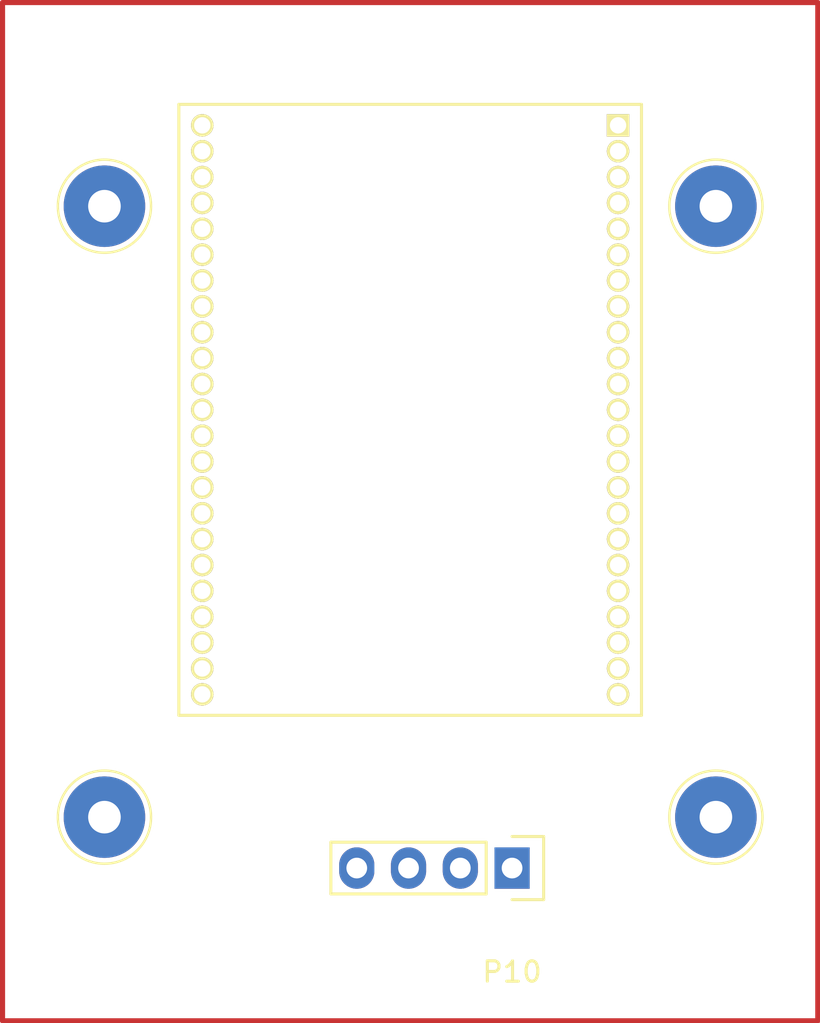
<source format=kicad_pcb>
(kicad_pcb (version 4) (host pcbnew 4.0.4-stable)

  (general
    (links 8)
    (no_connects 8)
    (area 77.740421 34.242921 219.261779 175.764279)
    (thickness 1.6)
    (drawings 0)
    (tracks 4)
    (zones 0)
    (modules 6)
    (nets 43)
  )

  (page A4)
  (layers
    (0 F.Cu signal)
    (31 B.Cu signal)
    (32 B.Adhes user)
    (33 F.Adhes user)
    (34 B.Paste user)
    (35 F.Paste user)
    (36 B.SilkS user)
    (37 F.SilkS user)
    (38 B.Mask user)
    (39 F.Mask user)
    (40 Dwgs.User user)
    (41 Cmts.User user)
    (42 Eco1.User user)
    (43 Eco2.User user)
    (44 Edge.Cuts user)
    (45 Margin user)
    (46 B.CrtYd user)
    (47 F.CrtYd user)
    (48 B.Fab user)
    (49 F.Fab user)
  )

  (setup
    (last_trace_width 0.25)
    (trace_clearance 0.2)
    (zone_clearance 0.508)
    (zone_45_only no)
    (trace_min 0.2)
    (segment_width 0.2)
    (edge_width 0.15)
    (via_size 0.6)
    (via_drill 0.4)
    (via_min_size 0.4)
    (via_min_drill 0.3)
    (uvia_size 0.3)
    (uvia_drill 0.1)
    (uvias_allowed no)
    (uvia_min_size 0.2)
    (uvia_min_drill 0.1)
    (pcb_text_width 0.3)
    (pcb_text_size 1.5 1.5)
    (mod_edge_width 0.15)
    (mod_text_size 1 1)
    (mod_text_width 0.15)
    (pad_size 4 4)
    (pad_drill 1.6)
    (pad_to_mask_clearance 0.2)
    (aux_axis_origin 0 0)
    (visible_elements FFFFFF7F)
    (pcbplotparams
      (layerselection 0x00030_80000001)
      (usegerberextensions false)
      (excludeedgelayer true)
      (linewidth 0.100000)
      (plotframeref false)
      (viasonmask false)
      (mode 1)
      (useauxorigin false)
      (hpglpennumber 1)
      (hpglpenspeed 20)
      (hpglpendiameter 15)
      (hpglpenoverlay 2)
      (psnegative false)
      (psa4output false)
      (plotreference true)
      (plotvalue true)
      (plotinvisibletext false)
      (padsonsilk false)
      (subtractmaskfromsilk false)
      (outputformat 1)
      (mirror false)
      (drillshape 1)
      (scaleselection 1)
      (outputdirectory ""))
  )

  (net 0 "")
  (net 1 "Net-(IC1-Pad35)")
  (net 2 "Net-(IC1-Pad12)")
  (net 3 "Net-(IC1-Pad13)")
  (net 4 "Net-(IC1-Pad14)")
  (net 5 "Net-(IC1-Pad15)")
  (net 6 "Net-(IC1-Pad16)")
  (net 7 "Net-(IC1-Pad17)")
  (net 8 "Net-(IC1-Pad18)")
  (net 9 "Net-(IC1-Pad19)")
  (net 10 "Net-(IC1-Pad20)")
  (net 11 "Net-(IC1-Pad21)")
  (net 12 "Net-(IC1-Pad2)")
  (net 13 "Net-(IC1-Pad11)")
  (net 14 "Net-(IC1-Pad10)")
  (net 15 "Net-(IC1-Pad9)")
  (net 16 "Net-(IC1-Pad8)")
  (net 17 "Net-(IC1-Pad7)")
  (net 18 "Net-(IC1-Pad6)")
  (net 19 "Net-(IC1-Pad5)")
  (net 20 "Net-(IC1-Pad4)")
  (net 21 "Net-(IC1-Pad3)")
  (net 22 "Net-(IC1-Pad1)")
  (net 23 "Net-(IC1-Pad36)")
  (net 24 "Net-(IC1-Pad37)")
  (net 25 "Net-(IC1-Pad38)")
  (net 26 "Net-(IC1-Pad39)")
  (net 27 "Net-(IC1-Pad40)")
  (net 28 "Net-(IC1-Pad41)")
  (net 29 "Net-(IC1-Pad42)")
  (net 30 "Net-(IC1-Pad43)")
  (net 31 "Net-(IC1-Pad44)")
  (net 32 "Net-(IC1-Pad46)")
  (net 33 "Net-(IC1-Pad34)")
  (net 34 "Net-(IC1-Pad33)")
  (net 35 "Net-(IC1-Pad32)")
  (net 36 "Net-(IC1-Pad31)")
  (net 37 "Net-(IC1-Pad30)")
  (net 38 "Net-(IC1-Pad29)")
  (net 39 "Net-(IC1-Pad28)")
  (net 40 "Net-(IC1-Pad27)")
  (net 41 "Net-(IC1-Pad26)")
  (net 42 "Net-(IC1-Pad24)")

  (net_class Default "This is the default net class."
    (clearance 0.2)
    (trace_width 0.25)
    (via_dia 0.6)
    (via_drill 0.4)
    (uvia_dia 0.3)
    (uvia_drill 0.1)
    (add_net "Net-(IC1-Pad1)")
    (add_net "Net-(IC1-Pad10)")
    (add_net "Net-(IC1-Pad11)")
    (add_net "Net-(IC1-Pad12)")
    (add_net "Net-(IC1-Pad13)")
    (add_net "Net-(IC1-Pad14)")
    (add_net "Net-(IC1-Pad15)")
    (add_net "Net-(IC1-Pad16)")
    (add_net "Net-(IC1-Pad17)")
    (add_net "Net-(IC1-Pad18)")
    (add_net "Net-(IC1-Pad19)")
    (add_net "Net-(IC1-Pad2)")
    (add_net "Net-(IC1-Pad20)")
    (add_net "Net-(IC1-Pad21)")
    (add_net "Net-(IC1-Pad24)")
    (add_net "Net-(IC1-Pad26)")
    (add_net "Net-(IC1-Pad27)")
    (add_net "Net-(IC1-Pad28)")
    (add_net "Net-(IC1-Pad29)")
    (add_net "Net-(IC1-Pad3)")
    (add_net "Net-(IC1-Pad30)")
    (add_net "Net-(IC1-Pad31)")
    (add_net "Net-(IC1-Pad32)")
    (add_net "Net-(IC1-Pad33)")
    (add_net "Net-(IC1-Pad34)")
    (add_net "Net-(IC1-Pad35)")
    (add_net "Net-(IC1-Pad36)")
    (add_net "Net-(IC1-Pad37)")
    (add_net "Net-(IC1-Pad38)")
    (add_net "Net-(IC1-Pad39)")
    (add_net "Net-(IC1-Pad4)")
    (add_net "Net-(IC1-Pad40)")
    (add_net "Net-(IC1-Pad41)")
    (add_net "Net-(IC1-Pad42)")
    (add_net "Net-(IC1-Pad43)")
    (add_net "Net-(IC1-Pad44)")
    (add_net "Net-(IC1-Pad46)")
    (add_net "Net-(IC1-Pad5)")
    (add_net "Net-(IC1-Pad6)")
    (add_net "Net-(IC1-Pad7)")
    (add_net "Net-(IC1-Pad8)")
    (add_net "Net-(IC1-Pad9)")
  )

  (module Connect:1pin (layer F.Cu) (tedit 588F8071) (tstamp 588FAC28)
    (at 132.5 90)
    (descr "module 1 pin (ou trou mecanique de percage)")
    (tags DEV)
    (fp_text reference REF** (at 0 -3.048) (layer F.SilkS) hide
      (effects (font (size 1 1) (thickness 0.15)))
    )
    (fp_text value 1pin (at 0 3) (layer F.Fab) hide
      (effects (font (size 1 1) (thickness 0.15)))
    )
    (fp_circle (center 0 0) (end 2 0.8) (layer F.Fab) (width 0.1))
    (fp_circle (center 0 0) (end 2.6 0) (layer F.CrtYd) (width 0.05))
    (fp_circle (center 0 0) (end 0 -2.286) (layer F.SilkS) (width 0.12))
    (pad 1 thru_hole circle (at 0 0) (size 4 4) (drill 1.6) (layers *.Cu *.Mask))
  )

  (module Connect:1pin (layer F.Cu) (tedit 588F8071) (tstamp 588FAC20)
    (at 132.5 120)
    (descr "module 1 pin (ou trou mecanique de percage)")
    (tags DEV)
    (fp_text reference REF** (at 0 -3.048) (layer F.SilkS) hide
      (effects (font (size 1 1) (thickness 0.15)))
    )
    (fp_text value 1pin (at 0 3) (layer F.Fab) hide
      (effects (font (size 1 1) (thickness 0.15)))
    )
    (fp_circle (center 0 0) (end 2 0.8) (layer F.Fab) (width 0.1))
    (fp_circle (center 0 0) (end 2.6 0) (layer F.CrtYd) (width 0.05))
    (fp_circle (center 0 0) (end 0 -2.286) (layer F.SilkS) (width 0.12))
    (pad 1 thru_hole circle (at 0 0) (size 4 4) (drill 1.6) (layers *.Cu *.Mask))
  )

  (module Connect:1pin (layer F.Cu) (tedit 588F8071) (tstamp 588FAC18)
    (at 162.5 120)
    (descr "module 1 pin (ou trou mecanique de percage)")
    (tags DEV)
    (fp_text reference REF** (at 0 -3.048) (layer F.SilkS) hide
      (effects (font (size 1 1) (thickness 0.15)))
    )
    (fp_text value 1pin (at 0 3) (layer F.Fab) hide
      (effects (font (size 1 1) (thickness 0.15)))
    )
    (fp_circle (center 0 0) (end 2 0.8) (layer F.Fab) (width 0.1))
    (fp_circle (center 0 0) (end 2.6 0) (layer F.CrtYd) (width 0.05))
    (fp_circle (center 0 0) (end 0 -2.286) (layer F.SilkS) (width 0.12))
    (pad 1 thru_hole circle (at 0 0) (size 4 4) (drill 1.6) (layers *.Cu *.Mask))
  )

  (module Socket_Strips:Socket_Strip_Straight_1x04 (layer F.Cu) (tedit 0) (tstamp 588F806B)
    (at 152.5 122.5 180)
    (descr "Through hole socket strip")
    (tags "socket strip")
    (path /5884B7B1)
    (fp_text reference P10 (at 0 -5.1 180) (layer F.SilkS)
      (effects (font (size 1 1) (thickness 0.15)))
    )
    (fp_text value Telemetry (at 0 -3.1 180) (layer F.Fab)
      (effects (font (size 1 1) (thickness 0.15)))
    )
    (fp_line (start -1.75 -1.75) (end -1.75 1.75) (layer F.CrtYd) (width 0.05))
    (fp_line (start 9.4 -1.75) (end 9.4 1.75) (layer F.CrtYd) (width 0.05))
    (fp_line (start -1.75 -1.75) (end 9.4 -1.75) (layer F.CrtYd) (width 0.05))
    (fp_line (start -1.75 1.75) (end 9.4 1.75) (layer F.CrtYd) (width 0.05))
    (fp_line (start 1.27 -1.27) (end 8.89 -1.27) (layer F.SilkS) (width 0.15))
    (fp_line (start 1.27 1.27) (end 8.89 1.27) (layer F.SilkS) (width 0.15))
    (fp_line (start -1.55 1.55) (end 0 1.55) (layer F.SilkS) (width 0.15))
    (fp_line (start 8.89 -1.27) (end 8.89 1.27) (layer F.SilkS) (width 0.15))
    (fp_line (start 1.27 1.27) (end 1.27 -1.27) (layer F.SilkS) (width 0.15))
    (fp_line (start 0 -1.55) (end -1.55 -1.55) (layer F.SilkS) (width 0.15))
    (fp_line (start -1.55 -1.55) (end -1.55 1.55) (layer F.SilkS) (width 0.15))
    (pad 1 thru_hole rect (at 0 0 180) (size 1.7272 2.032) (drill 1.016) (layers *.Cu *.Mask)
      (net 14 "Net-(IC1-Pad10)"))
    (pad 2 thru_hole oval (at 2.54 0 180) (size 1.7272 2.032) (drill 1.016) (layers *.Cu *.Mask)
      (net 40 "Net-(IC1-Pad27)"))
    (pad 3 thru_hole oval (at 5.08 0 180) (size 1.7272 2.032) (drill 1.016) (layers *.Cu *.Mask)
      (net 42 "Net-(IC1-Pad24)"))
    (pad 4 thru_hole oval (at 7.62 0 180) (size 1.7272 2.032) (drill 1.016) (layers *.Cu *.Mask)
      (net 12 "Net-(IC1-Pad2)"))
    (model Socket_Strips.3dshapes/Socket_Strip_Straight_1x04.wrl
      (at (xyz 0.15 0 0))
      (scale (xyz 1 1 1))
      (rotate (xyz 0 0 180))
    )
  )

  (module acronet:deRFmega128-22A02 (layer F.Cu) (tedit 0) (tstamp 588F7F07)
    (at 147.5 100 90)
    (descr "dresden elektronik deRFmega128-22A02 Radio Module SAMTEC SLM-123-01-L-S (PTH)")
    (tags "RADIO MODULE")
    (path /58832F7B)
    (fp_text reference IC1 (at 0 -12.7 90) (layer F.SilkS) hide
      (effects (font (size 1 1) (thickness 0.2)))
    )
    (fp_text value DERFMEGA128-22A02 (at 0 13 90) (layer F.SilkS) hide
      (effects (font (size 1 1) (thickness 0.2)))
    )
    (fp_line (start 15 -11.35) (end -15 -11.35) (layer F.SilkS) (width 0.15))
    (fp_line (start -15 -11.35) (end -15 11.35) (layer F.SilkS) (width 0.15))
    (fp_line (start -15 11.35) (end 15 11.35) (layer F.SilkS) (width 0.15))
    (fp_line (start 15 11.35) (end 15 -11.35) (layer F.SilkS) (width 0.15))
    (pad 35 thru_hole circle (at 0 -10.20064 90) (size 1.09982 1.09982) (drill 0.8001) (layers *.Cu *.Mask F.SilkS)
      (net 1 "Net-(IC1-Pad35)"))
    (pad 12 thru_hole circle (at 0 10.20064 90) (size 1.09982 1.09982) (drill 0.8001) (layers *.Cu *.Mask F.SilkS)
      (net 2 "Net-(IC1-Pad12)"))
    (pad 13 thru_hole circle (at -1.27 10.20064 90) (size 1.09982 1.09982) (drill 0.8001) (layers *.Cu *.Mask F.SilkS)
      (net 3 "Net-(IC1-Pad13)"))
    (pad 14 thru_hole circle (at -2.54 10.20064 90) (size 1.09982 1.09982) (drill 0.8001) (layers *.Cu *.Mask F.SilkS)
      (net 4 "Net-(IC1-Pad14)"))
    (pad 15 thru_hole circle (at -3.81 10.20064 90) (size 1.09982 1.09982) (drill 0.8001) (layers *.Cu *.Mask F.SilkS)
      (net 5 "Net-(IC1-Pad15)"))
    (pad 16 thru_hole circle (at -5.08 10.20064 90) (size 1.09982 1.09982) (drill 0.8001) (layers *.Cu *.Mask F.SilkS)
      (net 6 "Net-(IC1-Pad16)"))
    (pad 17 thru_hole circle (at -6.35 10.20064 90) (size 1.09982 1.09982) (drill 0.8001) (layers *.Cu *.Mask F.SilkS)
      (net 7 "Net-(IC1-Pad17)"))
    (pad 18 thru_hole circle (at -7.62 10.20064 90) (size 1.09982 1.09982) (drill 0.8001) (layers *.Cu *.Mask F.SilkS)
      (net 8 "Net-(IC1-Pad18)"))
    (pad 19 thru_hole circle (at -8.89 10.20064 90) (size 1.09982 1.09982) (drill 0.8001) (layers *.Cu *.Mask F.SilkS)
      (net 9 "Net-(IC1-Pad19)"))
    (pad 20 thru_hole circle (at -10.16 10.20064 90) (size 1.09982 1.09982) (drill 0.8001) (layers *.Cu *.Mask F.SilkS)
      (net 10 "Net-(IC1-Pad20)"))
    (pad 21 thru_hole circle (at -11.43 10.20064 90) (size 1.09982 1.09982) (drill 0.8001) (layers *.Cu *.Mask F.SilkS)
      (net 11 "Net-(IC1-Pad21)"))
    (pad 22 thru_hole circle (at -12.7 10.20064 90) (size 1.09982 1.09982) (drill 0.8001) (layers *.Cu *.Mask F.SilkS)
      (net 12 "Net-(IC1-Pad2)"))
    (pad 23 thru_hole circle (at -13.97 10.20064 90) (size 1.09982 1.09982) (drill 0.8001) (layers *.Cu *.Mask F.SilkS)
      (net 12 "Net-(IC1-Pad2)"))
    (pad 11 thru_hole circle (at 1.27 10.20064 90) (size 1.09982 1.09982) (drill 0.8001) (layers *.Cu *.Mask F.SilkS)
      (net 13 "Net-(IC1-Pad11)"))
    (pad 10 thru_hole circle (at 2.54 10.20064 90) (size 1.09982 1.09982) (drill 0.8001) (layers *.Cu *.Mask F.SilkS)
      (net 14 "Net-(IC1-Pad10)"))
    (pad 9 thru_hole circle (at 3.81 10.20064 90) (size 1.09982 1.09982) (drill 0.8001) (layers *.Cu *.Mask F.SilkS)
      (net 15 "Net-(IC1-Pad9)"))
    (pad 8 thru_hole circle (at 5.08 10.20064 90) (size 1.09982 1.09982) (drill 0.8001) (layers *.Cu *.Mask F.SilkS)
      (net 16 "Net-(IC1-Pad8)"))
    (pad 7 thru_hole circle (at 6.35 10.20064 90) (size 1.09982 1.09982) (drill 0.8001) (layers *.Cu *.Mask F.SilkS)
      (net 17 "Net-(IC1-Pad7)"))
    (pad 6 thru_hole circle (at 7.62 10.20064 90) (size 1.09982 1.09982) (drill 0.8001) (layers *.Cu *.Mask F.SilkS)
      (net 18 "Net-(IC1-Pad6)"))
    (pad 5 thru_hole circle (at 8.89 10.20064 90) (size 1.09982 1.09982) (drill 0.8001) (layers *.Cu *.Mask F.SilkS)
      (net 19 "Net-(IC1-Pad5)"))
    (pad 4 thru_hole circle (at 10.16 10.20064 90) (size 1.09982 1.09982) (drill 0.8001) (layers *.Cu *.Mask F.SilkS)
      (net 20 "Net-(IC1-Pad4)"))
    (pad 3 thru_hole circle (at 11.43 10.20064 90) (size 1.09982 1.09982) (drill 0.8001) (layers *.Cu *.Mask F.SilkS)
      (net 21 "Net-(IC1-Pad3)"))
    (pad 2 thru_hole circle (at 12.7 10.20064 90) (size 1.09982 1.09982) (drill 0.8001) (layers *.Cu *.Mask F.SilkS)
      (net 12 "Net-(IC1-Pad2)"))
    (pad 1 thru_hole rect (at 13.97 10.20064 90) (size 1.09982 1.09982) (drill 0.8001) (layers *.Cu *.Mask F.SilkS)
      (net 22 "Net-(IC1-Pad1)"))
    (pad 36 thru_hole circle (at 1.27 -10.20064 90) (size 1.09982 1.09982) (drill 0.8001) (layers *.Cu *.Mask F.SilkS)
      (net 23 "Net-(IC1-Pad36)"))
    (pad 37 thru_hole circle (at 2.54 -10.20064 90) (size 1.09982 1.09982) (drill 0.8001) (layers *.Cu *.Mask F.SilkS)
      (net 24 "Net-(IC1-Pad37)"))
    (pad 38 thru_hole circle (at 3.81 -10.20064 90) (size 1.09982 1.09982) (drill 0.8001) (layers *.Cu *.Mask F.SilkS)
      (net 25 "Net-(IC1-Pad38)"))
    (pad 39 thru_hole circle (at 5.08 -10.20064 90) (size 1.09982 1.09982) (drill 0.8001) (layers *.Cu *.Mask F.SilkS)
      (net 26 "Net-(IC1-Pad39)"))
    (pad 40 thru_hole circle (at 6.35 -10.20064 90) (size 1.09982 1.09982) (drill 0.8001) (layers *.Cu *.Mask F.SilkS)
      (net 27 "Net-(IC1-Pad40)"))
    (pad 41 thru_hole circle (at 7.62 -10.20064 90) (size 1.09982 1.09982) (drill 0.8001) (layers *.Cu *.Mask F.SilkS)
      (net 28 "Net-(IC1-Pad41)"))
    (pad 42 thru_hole circle (at 8.89 -10.20064 90) (size 1.09982 1.09982) (drill 0.8001) (layers *.Cu *.Mask F.SilkS)
      (net 29 "Net-(IC1-Pad42)"))
    (pad 43 thru_hole circle (at 10.16 -10.20064 90) (size 1.09982 1.09982) (drill 0.8001) (layers *.Cu *.Mask F.SilkS)
      (net 30 "Net-(IC1-Pad43)"))
    (pad 44 thru_hole circle (at 11.43 -10.20064 90) (size 1.09982 1.09982) (drill 0.8001) (layers *.Cu *.Mask F.SilkS)
      (net 31 "Net-(IC1-Pad44)"))
    (pad 45 thru_hole circle (at 12.7 -10.20064 90) (size 1.09982 1.09982) (drill 0.8001) (layers *.Cu *.Mask F.SilkS)
      (net 12 "Net-(IC1-Pad2)"))
    (pad 46 thru_hole circle (at 13.97 -10.20064 90) (size 1.09982 1.09982) (drill 0.8001) (layers *.Cu *.Mask F.SilkS)
      (net 32 "Net-(IC1-Pad46)"))
    (pad 34 thru_hole circle (at -1.27 -10.20064 90) (size 1.09982 1.09982) (drill 0.8001) (layers *.Cu *.Mask F.SilkS)
      (net 33 "Net-(IC1-Pad34)"))
    (pad 33 thru_hole circle (at -2.54 -10.20064 90) (size 1.09982 1.09982) (drill 0.8001) (layers *.Cu *.Mask F.SilkS)
      (net 34 "Net-(IC1-Pad33)"))
    (pad 32 thru_hole circle (at -3.81 -10.20064 90) (size 1.09982 1.09982) (drill 0.8001) (layers *.Cu *.Mask F.SilkS)
      (net 35 "Net-(IC1-Pad32)"))
    (pad 31 thru_hole circle (at -5.08 -10.20064 90) (size 1.09982 1.09982) (drill 0.8001) (layers *.Cu *.Mask F.SilkS)
      (net 36 "Net-(IC1-Pad31)"))
    (pad 30 thru_hole circle (at -6.35 -10.20064 90) (size 1.09982 1.09982) (drill 0.8001) (layers *.Cu *.Mask F.SilkS)
      (net 37 "Net-(IC1-Pad30)"))
    (pad 29 thru_hole circle (at -7.62 -10.20064 90) (size 1.09982 1.09982) (drill 0.8001) (layers *.Cu *.Mask F.SilkS)
      (net 38 "Net-(IC1-Pad29)"))
    (pad 28 thru_hole circle (at -8.89 -10.20064 90) (size 1.09982 1.09982) (drill 0.8001) (layers *.Cu *.Mask F.SilkS)
      (net 39 "Net-(IC1-Pad28)"))
    (pad 27 thru_hole circle (at -10.16 -10.20064 90) (size 1.09982 1.09982) (drill 0.8001) (layers *.Cu *.Mask F.SilkS)
      (net 40 "Net-(IC1-Pad27)"))
    (pad 26 thru_hole circle (at -11.43 -10.20064 90) (size 1.09982 1.09982) (drill 0.8001) (layers *.Cu *.Mask F.SilkS)
      (net 41 "Net-(IC1-Pad26)"))
    (pad 25 thru_hole circle (at -12.7 -10.20064 90) (size 1.09982 1.09982) (drill 0.8001) (layers *.Cu *.Mask F.SilkS)
      (net 12 "Net-(IC1-Pad2)"))
    (pad 24 thru_hole circle (at -13.97 -10.20064 90) (size 1.09982 1.09982) (drill 0.8001) (layers *.Cu *.Mask F.SilkS)
      (net 42 "Net-(IC1-Pad24)"))
  )

  (module Connect:1pin (layer F.Cu) (tedit 588F8071) (tstamp 588FABBA)
    (at 162.5 90)
    (descr "module 1 pin (ou trou mecanique de percage)")
    (tags DEV)
    (fp_text reference REF** (at 0 -3.048) (layer F.SilkS) hide
      (effects (font (size 1 1) (thickness 0.15)))
    )
    (fp_text value 1pin (at 0 3) (layer F.Fab) hide
      (effects (font (size 1 1) (thickness 0.15)))
    )
    (fp_circle (center 0 0) (end 2 0.8) (layer F.Fab) (width 0.1))
    (fp_circle (center 0 0) (end 2.6 0) (layer F.CrtYd) (width 0.05))
    (fp_circle (center 0 0) (end 0 -2.286) (layer F.SilkS) (width 0.12))
    (pad 1 thru_hole circle (at 0 0) (size 4 4) (drill 1.6) (layers *.Cu *.Mask))
  )

  (segment (start 127.5 80) (end 127.5 130) (width 0.25) (layer F.Cu) (net 0))
  (segment (start 167.5 80) (end 127.5 80) (width 0.25) (layer F.Cu) (net 0) (tstamp 588FAC33))
  (segment (start 167.5 130) (end 167.5 80) (width 0.25) (layer F.Cu) (net 0) (tstamp 588FAC32))
  (segment (start 127.5 130) (end 167.5 130) (width 0.25) (layer F.Cu) (net 0) (tstamp 588FAC31))

)

</source>
